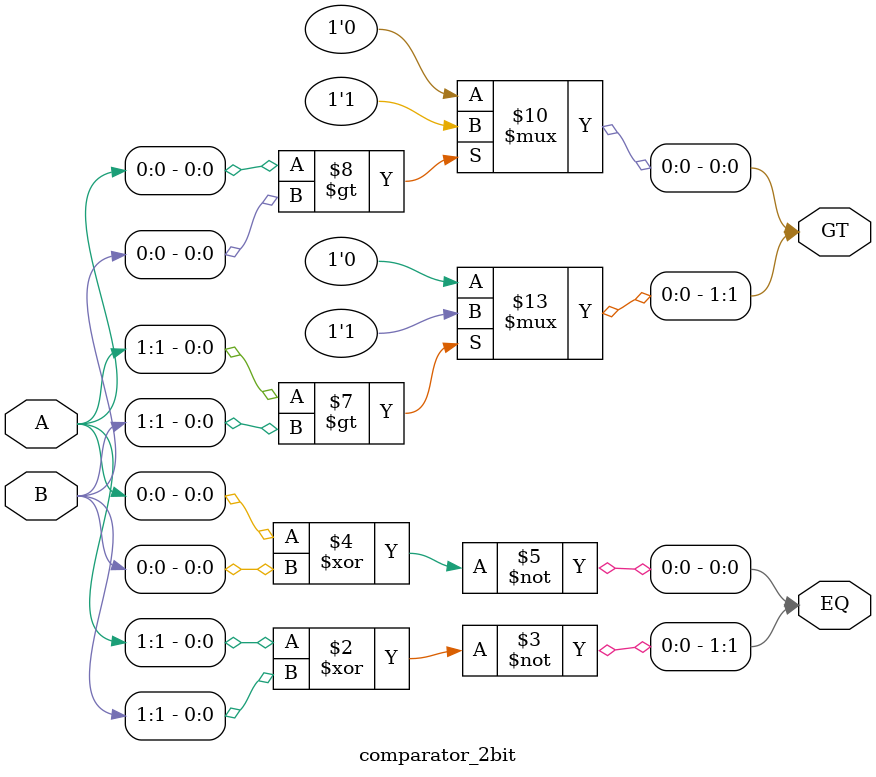
<source format=v>
module comparator_2bit (
    input [1:0] A,
    input [1:0] B,
    output reg [1:0] EQ,
    output reg [1:0] GT
);

    // EQ calculation
    always @* begin
        EQ[1] = ~(A[1] ^ B[1]);
        EQ[0] = ~(A[0] ^ B[0]);
    end

    // GT calculation
    always @* begin
        if (A[1] > B[1])
            GT[1] = 1;
        else
            GT[1] = 0;

        if (A[0] > B[0])
            GT[0] = 1;
        else
            GT[0] = 0;
    end

endmodule
</source>
